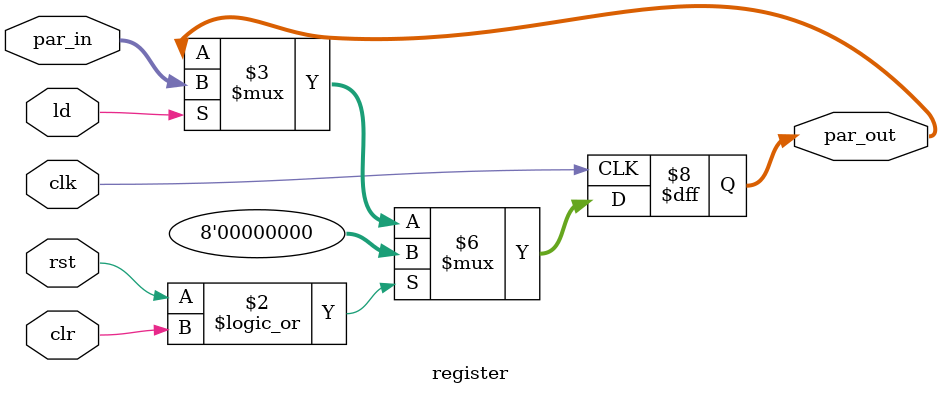
<source format=v>
module register #(
	parameter SIZE = 8
) 
(
	input clk,
	input rst,
	input ld,
	input clr,
	input [SIZE - 1:0] par_in,
	output reg [SIZE - 1 :0] par_out
);
	always @(posedge clk) begin
		if(rst || clr)
			par_out <= 0;
		else if(ld)
			par_out <= par_in;
	end
endmodule
</source>
